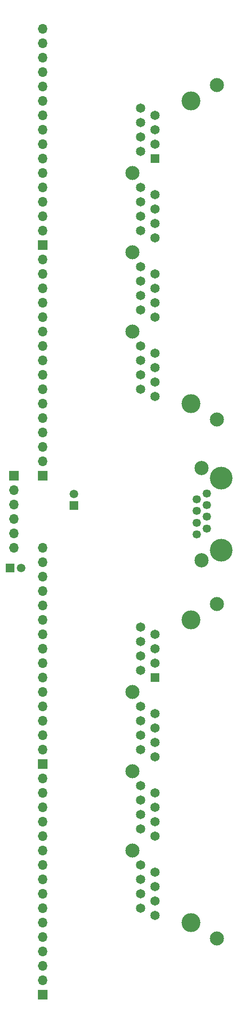
<source format=gbs>
%TF.GenerationSoftware,KiCad,Pcbnew,8.0.7*%
%TF.CreationDate,2025-02-07T21:24:30+02:00*%
%TF.ProjectId,Pico Wide GPIO Connect,5069636f-2057-4696-9465-204750494f20,V0*%
%TF.SameCoordinates,Original*%
%TF.FileFunction,Soldermask,Bot*%
%TF.FilePolarity,Negative*%
%FSLAX46Y46*%
G04 Gerber Fmt 4.6, Leading zero omitted, Abs format (unit mm)*
G04 Created by KiCad (PCBNEW 8.0.7) date 2025-02-07 21:24:30*
%MOMM*%
%LPD*%
G01*
G04 APERTURE LIST*
%ADD10C,3.330000*%
%ADD11R,1.650000X1.650000*%
%ADD12C,1.650000*%
%ADD13C,2.475000*%
%ADD14R,1.500000X1.500000*%
%ADD15C,1.500000*%
%ADD16C,4.000000*%
%ADD17C,1.470000*%
%ADD18C,2.500000*%
%ADD19R,1.700000X1.700000*%
%ADD20O,1.700000X1.700000*%
G04 APERTURE END LIST*
D10*
%TO.C,J3*%
X26162000Y-157480000D03*
X26162000Y-104140000D03*
D11*
X19812000Y-114300000D03*
D12*
X17272000Y-113030000D03*
X19812000Y-111760000D03*
X17272000Y-110490000D03*
X19812000Y-109220000D03*
X17272000Y-107950000D03*
X19812000Y-106680000D03*
X17272000Y-105410000D03*
X19812000Y-128270000D03*
X17272000Y-127000000D03*
X19812000Y-125730000D03*
X17272000Y-124460000D03*
X19812000Y-123190000D03*
X17272000Y-121920000D03*
X19812000Y-120650000D03*
X17272000Y-119380000D03*
X19812000Y-142240000D03*
X17272000Y-140970000D03*
X19812000Y-139700000D03*
X17272000Y-138430000D03*
X19812000Y-137160000D03*
X17272000Y-135890000D03*
X19812000Y-134620000D03*
X17272000Y-133350000D03*
X19812000Y-156210000D03*
X17272000Y-154940000D03*
X19812000Y-153670000D03*
X17272000Y-152400000D03*
X19812000Y-151130000D03*
X17272000Y-149860000D03*
X19812000Y-148590000D03*
X17272000Y-147320000D03*
D13*
X30732000Y-160270000D03*
X15752000Y-144780000D03*
X15752000Y-130810000D03*
X15752000Y-116840000D03*
X30732000Y-101350000D03*
%TD*%
D14*
%TO.C,C9*%
X-5826000Y-94996000D03*
D15*
X-3826000Y-94996000D03*
%TD*%
D14*
%TO.C,C10*%
X5461000Y-83931000D03*
D15*
X5461000Y-81930999D03*
%TD*%
D10*
%TO.C,J2*%
X26162000Y-66040000D03*
X26162000Y-12700000D03*
D11*
X19812000Y-22860000D03*
D12*
X17272000Y-21590000D03*
X19812000Y-20320000D03*
X17272000Y-19050000D03*
X19812000Y-17780000D03*
X17272000Y-16510000D03*
X19812000Y-15240000D03*
X17272000Y-13970000D03*
X19812000Y-36830000D03*
X17272000Y-35560000D03*
X19812000Y-34290000D03*
X17272000Y-33020000D03*
X19812000Y-31750000D03*
X17272000Y-30480000D03*
X19812000Y-29210000D03*
X17272000Y-27940000D03*
X19812000Y-50800000D03*
X17272000Y-49530000D03*
X19812000Y-48260000D03*
X17272000Y-46990000D03*
X19812000Y-45720000D03*
X17272000Y-44450000D03*
X19812000Y-43180000D03*
X17272000Y-41910000D03*
X19812000Y-64770000D03*
X17272000Y-63500000D03*
X19812000Y-62230000D03*
X17272000Y-60960000D03*
X19812000Y-59690000D03*
X17272000Y-58420000D03*
X19812000Y-57150000D03*
X17272000Y-55880000D03*
D13*
X30732000Y-68830000D03*
X15752000Y-53340000D03*
X15752000Y-39370000D03*
X15752000Y-25400000D03*
X30732000Y-9910000D03*
%TD*%
D16*
%TO.C,J1*%
X31430000Y-91809000D03*
X31430000Y-79109000D03*
D17*
X28890000Y-81879000D03*
X27110000Y-82899000D03*
X28890000Y-83919000D03*
X27110000Y-84939000D03*
X28890000Y-85959000D03*
X27110000Y-86979000D03*
X28890000Y-87999000D03*
X27110000Y-89019000D03*
D18*
X28000000Y-77329000D03*
X28000000Y-93589000D03*
%TD*%
D19*
%TO.C,J4*%
X0Y-170180000D03*
D20*
X0Y-167640000D03*
X0Y-165100000D03*
X0Y-162560000D03*
X0Y-160020000D03*
X0Y-157480000D03*
X0Y-154940000D03*
X0Y-152400000D03*
X0Y-149860000D03*
X0Y-147320000D03*
X0Y-144780000D03*
X0Y-142240000D03*
X0Y-139700000D03*
X0Y-137160000D03*
X0Y-134620000D03*
X0Y-132080000D03*
%TD*%
D19*
%TO.C,J7*%
X0Y-38100000D03*
D20*
X0Y-35560000D03*
X0Y-33020000D03*
X0Y-30480000D03*
X0Y-27940000D03*
X0Y-25400000D03*
X0Y-22860000D03*
X0Y-20320000D03*
X0Y-17780000D03*
X0Y-15240000D03*
X0Y-12700000D03*
X0Y-10160000D03*
X0Y-7620000D03*
X0Y-5080000D03*
X0Y-2540000D03*
X0Y0D03*
%TD*%
D19*
%TO.C,J6*%
X0Y-78740000D03*
D20*
X0Y-76200000D03*
X0Y-73660000D03*
X0Y-71120000D03*
X0Y-68580000D03*
X0Y-66040000D03*
X0Y-63500000D03*
X0Y-60960000D03*
X0Y-58420000D03*
X0Y-55880000D03*
X0Y-53340000D03*
X0Y-50800000D03*
X0Y-48260000D03*
X0Y-45720000D03*
X0Y-43180000D03*
X0Y-40640000D03*
%TD*%
D19*
%TO.C,J9*%
X-5080000Y-78740000D03*
D20*
X-5080000Y-81280000D03*
X-5080000Y-83820000D03*
X-5080000Y-86360000D03*
X-5080000Y-88900000D03*
X-5080000Y-91440000D03*
%TD*%
D19*
%TO.C,J5*%
X0Y-129540000D03*
D20*
X0Y-127000000D03*
X0Y-124460000D03*
X0Y-121920000D03*
X0Y-119380000D03*
X0Y-116840000D03*
X0Y-114300000D03*
X0Y-111760000D03*
X0Y-109220000D03*
X0Y-106680000D03*
X0Y-104140000D03*
X0Y-101600000D03*
X0Y-99060000D03*
X0Y-96520000D03*
X0Y-93980000D03*
X0Y-91440000D03*
%TD*%
M02*

</source>
